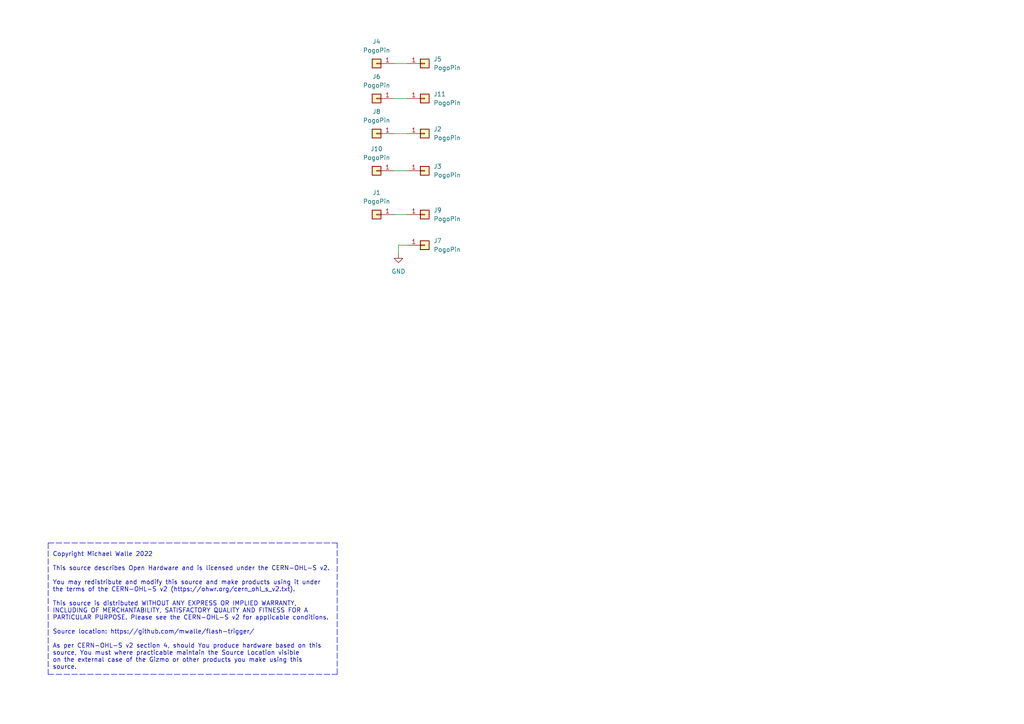
<source format=kicad_sch>
(kicad_sch (version 20211123) (generator eeschema)
  (paper "A4")
  (title_block (title "Canon Hot Shoe") (date "2022-09-27") (rev "1"))
  (lib_symbols
    (symbol "Connector_Pin:Pin" (pin_names (offset 1.016) hide)
      (property "Reference" "J" (at 0 2.54 0))
      (property "Value" "Pin" (at 1.27 -2.54 0))
      (symbol "Pin_1_1"
        (rectangle (start -1.27 0.127) (end 0 -0.127) (stroke (width 0.1524)))
        (rectangle (start -1.27 1.27) (end 1.27 -1.27) (stroke (width 0.254)) (fill (type background)))
        (pin passive line (at -5.08 0 0) (length 3.81) (name "Pin_1") (number "1"))
      )
    )
    (symbol "power:GND" (power) (pin_names (offset 0))
      (property "Value" "GND" (at 0 -3.81 0))
      (symbol "GND_0_1"
        (polyline (pts (xy 0 0) (xy 0 -1.27) (xy 1.27 -1.27) (xy 0 -2.54) (xy -1.27 -1.27) (xy 0 -1.27)))
      )
      (symbol "GND_1_1"
        (pin power_in line (at 0 0 270) (length 0) hide (name "GND") (number "1"))
      )
    )
  )
  (wire (pts (xy 114.3 18.415) (xy 118.11 18.415)))
  (polyline (pts (xy 97.79 195.58) (xy 97.79 157.48)))
  (polyline (pts (xy 13.97 157.48) (xy 13.97 195.58)))
  (wire (pts (xy 114.3 49.53) (xy 118.11 49.53)))
  (wire (pts (xy 114.3 62.23) (xy 118.11 62.23)))
  (polyline (pts (xy 13.97 195.58) (xy 97.79 195.58)))
  (wire (pts (xy 115.57 71.12) (xy 118.11 71.12)))
  (polyline (pts (xy 13.97 157.48) (xy 97.79 157.48)))
  (wire (pts (xy 114.3 28.575) (xy 118.11 28.575)))
  (wire (pts (xy 115.57 73.66) (xy 115.57 71.12)))
  (wire (pts (xy 114.3 38.735) (xy 118.11 38.735)))
  (text "Copyright Michael Walle 2022\n\nThis source describes Open Hardware and is licensed under the CERN-OHL-S v2.\n\nYou may redistribute and modify this source and make products using it under\nthe terms of the CERN-OHL-S v2 (https://ohwr.org/cern_ohl_s_v2.txt).\n\nThis source is distributed WITHOUT ANY EXPRESS OR IMPLIED WARRANTY,\nINCLUDING OF MERCHANTABILITY, SATISFACTORY QUALITY AND FITNESS FOR A\nPARTICULAR PURPOSE. Please see the CERN-OHL-S v2 for applicable conditions.\n\nSource location: https://github.com/mwalle/flash-trigger/\n\nAs per CERN-OHL-S v2 section 4, should You produce hardware based on this\nsource, You must where practicable maintain the Source Location visible\non the external case of the Gizmo or other products you make using this\nsource." (at 15.24 194.31 0) (effects (font (size 1.27 1.27)) (justify left bottom)))
  (symbol (lib_id "Connector_Pin:Pin") (at 109.22 62.23 180) (unit 1)
    (property "Reference" "J1" (at 109.22 55.88 0))
    (property "Value" "PogoPin" (at 109.22 58.42 0))
    (property "Footprint" "Connector_MillMax:0965_1.65mm_Reverse" (effects hide))
  )
  (symbol (lib_id "power:GND") (at 115.57 73.66 0) (unit 1)
    (property "Reference" "#PWR01" (effects hide))
    (property "Value" "GND" (at 115.57 78.74 0))
  )
  (symbol (lib_id "Connector_Pin:Pin") (at 123.19 62.23 0) (unit 1)
    (property "Reference" "J9" (at 125.73 60.9599 0) (effects (justify left)))
    (property "Value" "PogoPin" (at 125.73 63.4999 0) (effects (justify left)))
    (property "Footprint" "Connector_MillMax:0508_20mil" (effects hide))
  )
  (symbol (lib_id "Connector_Pin:Pin") (at 109.22 28.575 180) (unit 1)
    (property "Reference" "J6" (at 109.22 22.225 0))
    (property "Value" "PogoPin" (at 109.22 24.765 0))
    (property "Footprint" "Connector_MillMax:0965_1.65mm_Reverse" (effects hide))
  )
  (symbol (lib_id "Connector_Pin:Pin") (at 123.19 71.12 0) (unit 1)
    (property "Reference" "J7" (at 125.73 69.8499 0) (effects (justify left)))
    (property "Value" "PogoPin" (at 125.73 72.3899 0) (effects (justify left)))
    (property "Footprint" "Connector_MillMax:0508_20mil" (effects hide))
  )
  (symbol (lib_id "Connector_Pin:Pin") (at 109.22 18.415 180) (unit 1)
    (property "Reference" "J4" (at 109.22 12.065 0))
    (property "Value" "PogoPin" (at 109.22 14.605 0))
    (property "Footprint" "Connector_MillMax:0965_1.65mm_Reverse" (effects hide))
  )
  (symbol (lib_id "Connector_Pin:Pin") (at 109.22 38.735 180) (unit 1)
    (property "Reference" "J8" (at 109.22 32.385 0))
    (property "Value" "PogoPin" (at 109.22 34.925 0))
    (property "Footprint" "Connector_MillMax:0965_1.65mm_Reverse" (effects hide))
  )
  (symbol (lib_id "Connector_Pin:Pin") (at 123.19 28.575 0) (unit 1)
    (property "Reference" "J11" (at 125.73 27.3049 0) (effects (justify left)))
    (property "Value" "PogoPin" (at 125.73 29.8449 0) (effects (justify left)))
    (property "Footprint" "Connector_MillMax:0508_20mil" (effects hide))
  )
  (symbol (lib_id "Connector_Pin:Pin") (at 123.19 18.415 0) (unit 1)
    (property "Reference" "J5" (at 125.73 17.1449 0) (effects (justify left)))
    (property "Value" "PogoPin" (at 125.73 19.6849 0) (effects (justify left)))
    (property "Footprint" "Connector_MillMax:0508_20mil" (effects hide))
  )
  (symbol (lib_id "Connector_Pin:Pin") (at 123.19 38.735 0) (unit 1)
    (property "Reference" "J2" (at 125.73 37.4649 0) (effects (justify left)))
    (property "Value" "PogoPin" (at 125.73 40.0049 0) (effects (justify left)))
    (property "Footprint" "Connector_MillMax:0508_20mil" (effects hide))
  )
  (symbol (lib_id "Connector_Pin:Pin") (at 123.19 49.53 0) (unit 1)
    (property "Reference" "J3" (at 125.73 48.2599 0) (effects (justify left)))
    (property "Value" "PogoPin" (at 125.73 50.7999 0) (effects (justify left)))
    (property "Footprint" "Connector_MillMax:0508_20mil" (effects hide))
  )
  (symbol (lib_id "Connector_Pin:Pin") (at 109.22 49.53 180) (unit 1)
    (property "Reference" "J10" (at 109.22 43.18 0))
    (property "Value" "PogoPin" (at 109.22 45.72 0))
    (property "Footprint" "Connector_MillMax:0965_1.65mm_Reverse" (effects hide))
  )
)
</source>
